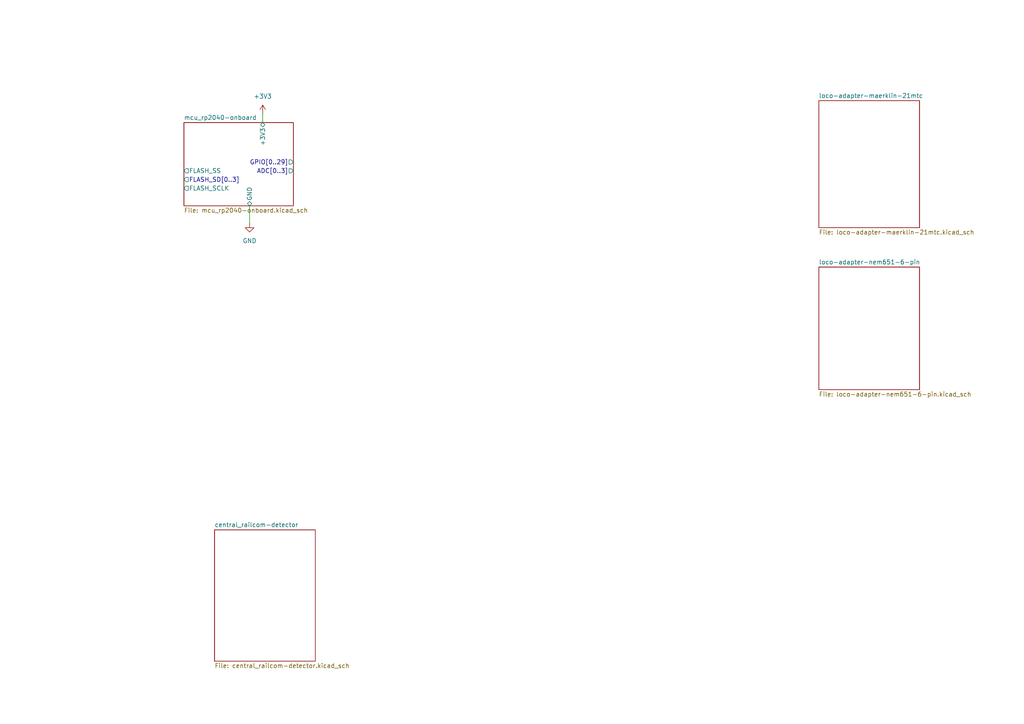
<source format=kicad_sch>
(kicad_sch (version 20231120) (generator "eeschema") (generator_version "7.99")
  (paper "A4")
  (lib_symbols
    (symbol "power:+3V3" (power) (pin_names (offset 0))
      (property "Value" "+3V3" (at 0 3.556 0))
      (symbol "+3V3_0_1"
        (polyline (pts (xy -0.762 1.27) (xy 0 2.54)))
        (polyline (pts (xy 0 0) (xy 0 2.54)))
        (polyline (pts (xy 0 2.54) (xy 0.762 1.27)))
      )
      (symbol "+3V3_1_1"
        (pin power_in line (at 0 0 90) (length 0) hide (name "+3V3") (number "1"))
      )
    )
    (symbol "power:GND" (power) (pin_names (offset 0))
      (property "Value" "GND" (at 0 -3.81 0))
      (symbol "GND_0_1"
        (polyline (pts (xy 0 0) (xy 0 -1.27) (xy 1.27 -1.27) (xy 0 -2.54) (xy -1.27 -1.27) (xy 0 -1.27)))
      )
      (symbol "GND_1_1"
        (pin power_in line (at 0 0 270) (length 0) hide (name "GND") (number "1"))
      )
    )
  )
  (wire (pts (xy 72.39 59.69) (xy 72.39 64.77)))
  (wire (pts (xy 76.2 33.02) (xy 76.2 35.56)))
  (symbol (lib_id "power:GND") (at 72.39 64.77 0) (unit 1)
    (property "Reference" "#PWR0101" (effects (hide yes)))
    (property "Value" "GND" (at 72.39 69.85 0))
    (property "Description" "Power symbol creates a global label with name \"GND\" , ground" (effects (hide yes)))
  )
  (symbol (lib_id "power:+3V3") (at 76.2 33.02 0) (unit 1)
    (property "Reference" "#PWR0102" (effects (hide yes)))
    (property "Value" "+3V3" (at 76.2 27.94 0))
    (property "Description" "Power symbol creates a global label with name \"+3V3\"" (effects (hide yes)))
  )
  (sheet (at 53.34 35.56) (size 31.75 24.13) (stroke (width 0.1524))
    (property "Sheetname" "mcu_rp2040-onboard" (at 53.34 34.8484 0) (effects (justify left bottom)))
    (property "Sheetfile" "mcu_rp2040-onboard.kicad_sch" (at 53.34 60.2746 0) (effects (justify left top)))
    (pin "FLASH_SS" output (at 53.34 49.53 180))
    (pin "FLASH_SD[0..3]" output (at 53.34 52.07 180))
    (pin "FLASH_SCLK" output (at 53.34 54.61 180))
    (pin "GPIO[0..29]" output (at 85.09 46.99 0))
    (pin "ADC[0..3]" output (at 85.09 49.53 0))
    (pin "+3V3" bidirectional (at 76.2 35.56 90))
    (pin "GND" bidirectional (at 72.39 59.69 270))
  )
  (sheet (at 62.23 153.67) (size 29.21 38.1) (stroke (width 0.1524))
    (property "Sheetname" "central_railcom-detector" (at 62.23 152.9584 0) (effects (justify left bottom)))
    (property "Sheetfile" "central_railcom-detector.kicad_sch" (at 62.23 192.3546 0) (effects (justify left top)))
  )
  (sheet (at 237.49 77.47) (size 29.21 35.56) (stroke (width 0.1524))
    (property "Sheetname" "loco-adapter-nem651-6-pin" (at 237.49 76.7584 0) (effects (justify left bottom)))
    (property "Sheetfile" "loco-adapter-nem651-6-pin.kicad_sch" (at 237.49 113.6146 0) (effects (justify left top)))
  )
  (sheet (at 237.49 29.21) (size 29.21 36.83) (stroke (width 0.1524))
    (property "Sheetname" "loco-adapter-maerklin-21mtc" (at 237.49 28.4984 0) (effects (justify left bottom)))
    (property "Sheetfile" "loco-adapter-maerklin-21mtc.kicad_sch" (at 237.49 66.6246 0) (effects (justify left top)))
  )
)
</source>
